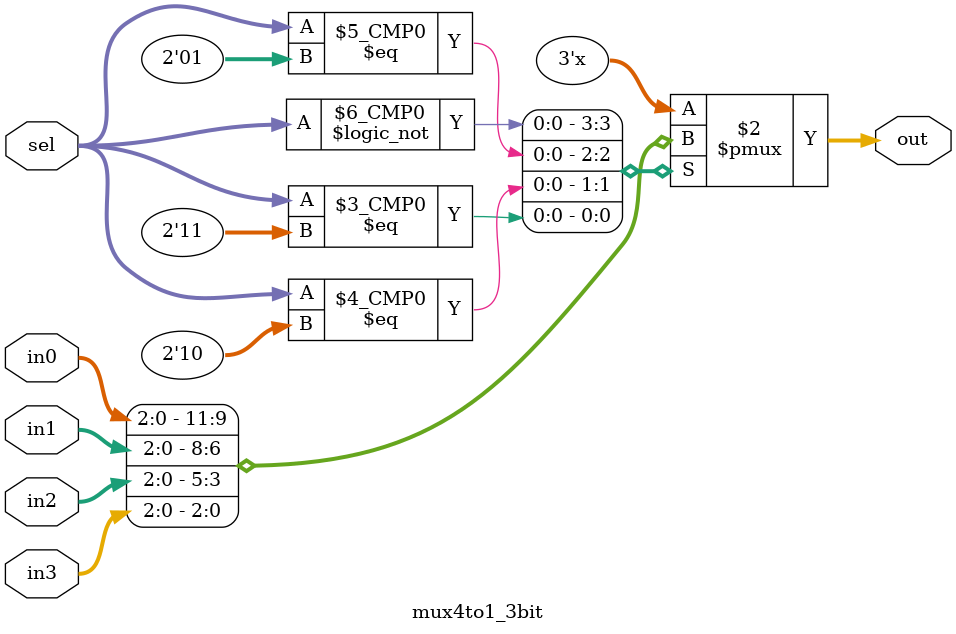
<source format=v>
module mux4to1_3bit (
    input [2:0] in0,    // Đầu vào 0 (3 bit)
    input [2:0] in1,    // Đầu vào 1 (3 bit)
    input [2:0] in2,    // Đầu vào 2 (3 bit)
    input [2:0] in3,    // Đầu vào 3 (3 bit)
    input [1:0] sel,    // Tín hiệu chọn (2 bit để chọn 4 trường hợp)
    output reg [2:0] out // Đầu ra (3 bit) - dùng 'reg' vì gán trong block always
);

    // Block always kích hoạt khi bất kỳ tín hiệu nào thay đổi
    always @(*) begin
        case (sel)
            2'b00: out = in0; // Nếu sel = 00, chọn in0
            2'b01: out = in1; // Nếu sel = 01, chọn in1
            2'b10: out = in2; // Nếu sel = 10, chọn in2
            2'b11: out = in3; // Nếu sel = 11, chọn in3
            default: out = 3'b000; // Trường hợp mặc định (an toàn)
        endcase
    end

endmodule
</source>
